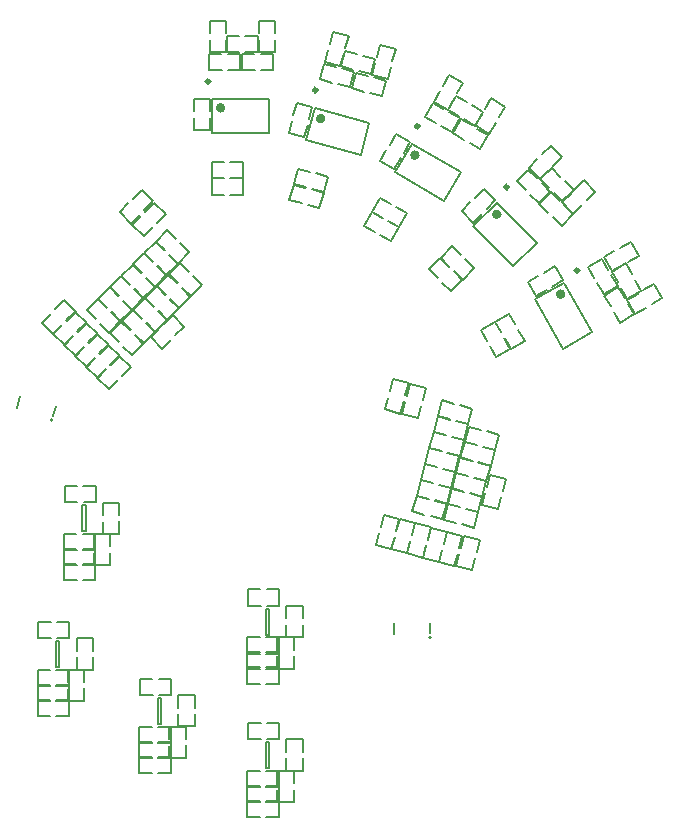
<source format=gbo>
G04*
G04 #@! TF.GenerationSoftware,Altium Limited,Altium Designer,21.1.1 (26)*
G04*
G04 Layer_Color=32896*
%FSLAX25Y25*%
%MOIN*%
G70*
G04*
G04 #@! TF.SameCoordinates,985859E8-4EFC-4F0D-9A30-7684DD2826E4*
G04*
G04*
G04 #@! TF.FilePolarity,Positive*
G04*
G01*
G75*
%ADD10C,0.00787*%
%ADD14C,0.01181*%
%ADD15C,0.01575*%
%ADD17C,0.00591*%
%ADD19C,0.00800*%
D10*
X-77832Y-3411D02*
G03*
X-77832Y-3411I-394J0D01*
G01*
X48370Y-75854D02*
G03*
X48370Y-75854I-394J0D01*
G01*
X-89623Y813D02*
X-88630Y4521D01*
X-77739Y-1988D02*
X-76841Y1362D01*
X-5662Y-74831D02*
X-5662Y-66169D01*
X-6843Y-66169D02*
X-6843Y-74831D01*
X-6843Y-66169D02*
X-5662Y-66169D01*
X-6843Y-74831D02*
X-5662Y-74831D01*
X-5635Y-119343D02*
Y-110681D01*
X-6816Y-110681D02*
X-6816Y-119343D01*
X-6816Y-110681D02*
X-5635Y-110681D01*
X-6816Y-119343D02*
X-5635Y-119343D01*
X-42858Y-104602D02*
X-41677D01*
X-42858Y-95940D02*
X-41677D01*
X-42858Y-104602D02*
Y-95940D01*
X-41677Y-104602D02*
Y-95940D01*
X-75612Y-76964D02*
X-75612Y-85626D01*
X-76793D02*
X-76793Y-76964D01*
X-75612Y-76964D01*
X-76793Y-85626D02*
X-75612D01*
X-66777Y-31740D02*
X-66777Y-40402D01*
X-67958Y-31740D02*
X-67958Y-40402D01*
X-67958Y-31740D02*
X-66777Y-31740D01*
X-67958Y-40402D02*
X-66777Y-40402D01*
X48079Y-70885D02*
X48079Y-74354D01*
X35874Y-74724D02*
X35874Y-70885D01*
D14*
X10307Y106672D02*
G03*
X10307Y106672I-591J0D01*
G01*
X44276Y94612D02*
G03*
X44276Y94612I-591J0D01*
G01*
X74019Y74333D02*
G03*
X74019Y74333I-591J0D01*
G01*
X97565Y46557D02*
G03*
X97565Y46557I-591J0D01*
G01*
X-25436Y109516D02*
G03*
X-25436Y109516I-591J0D01*
G01*
D15*
X12230Y97141D02*
G03*
X12230Y97141I-787J0D01*
G01*
X43673Y84958D02*
G03*
X43673Y84958I-787J0D01*
G01*
X70945Y65216D02*
G03*
X70945Y65216I-787J0D01*
G01*
X92243Y38597D02*
G03*
X92243Y38597I-787J0D01*
G01*
X-21105Y100756D02*
G03*
X-21105Y100756I-787J0D01*
G01*
D17*
X-25400Y119300D02*
X-25400Y123400D01*
X-25400Y119300D02*
X-20000Y119300D01*
X-20000Y123490D02*
X-20000Y119300D01*
X-20000Y125600D02*
X-20000Y129700D01*
X-25400D02*
X-20000D01*
X-25400D02*
X-25400Y125510D01*
X-9200Y129700D02*
X-9200Y125510D01*
X-9200Y129700D02*
X-3800Y129700D01*
X-3800Y125600D01*
X-3800Y123490D02*
X-3800Y119300D01*
X-9200Y119300D02*
X-3800Y119300D01*
X-9200Y119300D02*
X-9200Y123400D01*
X-19900Y119300D02*
X-15710Y119300D01*
X-19900Y124700D02*
X-19900Y119300D01*
X-19900Y124700D02*
X-15800Y124700D01*
X-13690Y124700D02*
X-9500Y124700D01*
X-9500Y119300D02*
X-9500Y124700D01*
X-13600Y119300D02*
X-9500Y119300D01*
X12854Y115961D02*
X13916Y119921D01*
X12854Y115961D02*
X18070Y114563D01*
X19155Y118610D01*
X19701Y120649D02*
X20762Y124609D01*
X15546Y126007D02*
X20762Y124609D01*
X14462Y121960D02*
X15546Y126007D01*
X28546Y111676D02*
X29607Y115636D01*
X28546Y111676D02*
X33762Y110278D01*
X34846Y114325D01*
X35393Y116364D02*
X36454Y120324D01*
X31238Y121722D02*
X36454Y120324D01*
X30154Y117675D02*
X31238Y121722D01*
X18167Y114538D02*
X22214Y113453D01*
X18167Y114538D02*
X19565Y119753D01*
X23525Y118692D01*
X25563Y118146D02*
X29610Y117062D01*
X28213Y111846D02*
X29610Y117062D01*
X24252Y112907D02*
X28213Y111846D01*
X27864Y105607D02*
X31824Y104546D01*
X33222Y109762D01*
X29175Y110847D02*
X33222Y109762D01*
X23176Y112454D02*
X27136Y111393D01*
X21778Y107238D02*
X23176Y112454D01*
X21778Y107238D02*
X25825Y106154D01*
X17364Y108607D02*
X21324Y107546D01*
X22722Y112762D01*
X18675Y113847D02*
X22722Y112762D01*
X12676Y115454D02*
X16636Y114393D01*
X11278Y110238D02*
X12676Y115454D01*
X11278Y110238D02*
X15325Y109153D01*
X813Y92270D02*
X1874Y96231D01*
X813Y92270D02*
X6029Y90873D01*
X7113Y94920D01*
X7659Y96958D02*
X8720Y100918D01*
X3504Y102316D02*
X8720Y100918D01*
X2420Y98269D02*
X3504Y102316D01*
X2467Y75263D02*
X6514Y74178D01*
X2467Y75263D02*
X3865Y80479D01*
X7825Y79418D01*
X9863Y78871D02*
X13910Y77787D01*
X12513Y72571D02*
X13910Y77787D01*
X8552Y73632D02*
X12513Y72571D01*
X8440Y73559D02*
X12487Y72474D01*
X11089Y67258D02*
X12487Y72474D01*
X7129Y68319D02*
X11089Y67258D01*
X1044Y69950D02*
X5091Y68866D01*
X1044Y69950D02*
X2441Y75166D01*
X6402Y74105D01*
X63062Y94847D02*
X65112Y98397D01*
X63062Y94847D02*
X67738Y92147D01*
X69833Y95775D01*
X70888Y97603D02*
X72938Y101153D01*
X68262Y103853D02*
X72938Y101153D01*
X66167Y100225D02*
X68262Y103853D01*
X59340Y96872D02*
X62891Y94822D01*
X65591Y99498D01*
X61962Y101593D02*
X65591Y99498D01*
X56584Y104698D02*
X60135Y102648D01*
X53884Y100022D02*
X56584Y104698D01*
X53884Y100022D02*
X57512Y97927D01*
X52226Y108150D02*
X54321Y111778D01*
X58997Y109078D01*
X56947Y105527D02*
X58997Y109078D01*
X53797Y100072D02*
X55892Y103700D01*
X49121Y102772D02*
X53797Y100072D01*
X49121Y102772D02*
X51171Y106322D01*
X55647Y92262D02*
X59275Y90167D01*
X55647Y92262D02*
X58347Y96938D01*
X61897Y94888D01*
X63725Y93833D02*
X67353Y91738D01*
X64653Y87062D02*
X67353Y91738D01*
X61103Y89112D02*
X64653Y87062D01*
X46147Y97762D02*
X49775Y95667D01*
X46147Y97762D02*
X48847Y102438D01*
X52397Y100388D01*
X54225Y99333D02*
X57853Y97238D01*
X55153Y92562D02*
X57853Y97238D01*
X51603Y94612D02*
X55153Y92562D01*
X34463Y88383D02*
X36558Y92012D01*
X41234Y89311D01*
X39184Y85761D02*
X41234Y89311D01*
X36034Y80305D02*
X38129Y83933D01*
X31358Y83005D02*
X36034Y80305D01*
X31358Y83005D02*
X33408Y86556D01*
X34010Y62998D02*
X37560Y60948D01*
X40260Y65625D01*
X36632Y67720D02*
X40260Y65625D01*
X31254Y70825D02*
X34804Y68775D01*
X28554Y66149D02*
X31254Y70825D01*
X28554Y66149D02*
X32182Y64054D01*
X28504Y66062D02*
X32054Y64012D01*
X25804Y61385D02*
X28504Y66062D01*
X25804Y61385D02*
X29432Y59290D01*
X31260Y58235D02*
X34811Y56185D01*
X37510Y60862D01*
X33882Y62957D02*
X37510Y60862D01*
X80790Y80809D02*
X83689Y83708D01*
X80790Y80809D02*
X84609Y76990D01*
X87571Y79953D01*
X89064Y81445D02*
X91963Y84344D01*
X88144Y88163D02*
X91963Y84344D01*
X85182Y85200D02*
X88144Y88163D01*
X84679Y76920D02*
X87642Y73957D01*
X84679Y76920D02*
X88498Y80738D01*
X91397Y77839D01*
X92889Y76347D02*
X95852Y73384D01*
X92033Y69566D02*
X95852Y73384D01*
X89134Y72465D02*
X92033Y69566D01*
X96305Y73624D02*
X99268Y76586D01*
X103086Y72768D01*
X100187Y69869D02*
X103086Y72768D01*
X95732Y65414D02*
X98695Y68376D01*
X91914Y69232D02*
X95732Y65414D01*
X91914Y69232D02*
X94813Y72131D01*
X88869Y64313D02*
X91768Y61414D01*
X95586Y65232D01*
X92624Y68195D02*
X95586Y65232D01*
X88232Y72586D02*
X91131Y69687D01*
X84414Y68768D02*
X88232Y72586D01*
X84414Y68768D02*
X87376Y65805D01*
X81369Y71813D02*
X84268Y68914D01*
X88086Y72732D01*
X85123Y75695D02*
X88086Y72732D01*
X80732Y80086D02*
X83631Y77187D01*
X76914Y76268D02*
X80732Y80086D01*
X76914Y76268D02*
X79877Y73305D01*
X58517Y66313D02*
X61416Y69212D01*
X58517Y66313D02*
X62335Y62495D01*
X65298Y65457D01*
X66790Y66949D02*
X69689Y69849D01*
X65870Y73667D02*
X69689Y69849D01*
X62908Y70704D02*
X65870Y73667D01*
X55766Y46295D02*
X58729Y43332D01*
X54910Y39514D02*
X58729Y43332D01*
X52011Y42413D02*
X54910Y39514D01*
X47556Y46868D02*
X50519Y43905D01*
X47556Y46868D02*
X51375Y50686D01*
X54274Y47787D01*
X51445Y50757D02*
X54408Y47794D01*
X51445Y50757D02*
X55264Y54575D01*
X58163Y51676D01*
X59655Y50184D02*
X62618Y47221D01*
X58799Y43403D02*
X62618Y47221D01*
X55900Y46302D02*
X58799Y43403D01*
X111140Y54011D02*
X114768Y56106D01*
X117468Y51430D01*
X113917Y49380D02*
X117468Y51430D01*
X108461Y46230D02*
X112090Y48324D01*
X105761Y50906D02*
X108461Y46230D01*
X105761Y50906D02*
X109312Y52956D01*
X111661Y40687D02*
X113711Y37136D01*
X118388Y39836D01*
X116293Y43465D02*
X118388Y39836D01*
X113188Y48843D02*
X115238Y45292D01*
X108511Y46143D02*
X113188Y48843D01*
X108511Y46143D02*
X110606Y42515D01*
X113647Y36738D02*
X117197Y38788D01*
X113647Y36738D02*
X116347Y32062D01*
X119975Y34157D01*
X121803Y35212D02*
X125353Y37262D01*
X122653Y41938D02*
X125353Y37262D01*
X119025Y39843D02*
X122653Y41938D01*
X106062Y38153D02*
X108157Y34525D01*
X106062Y38153D02*
X110738Y40853D01*
X112788Y37303D01*
X113843Y35475D02*
X115938Y31847D01*
X111262Y29147D02*
X115938Y31847D01*
X109212Y32697D02*
X111262Y29147D01*
X100562Y47653D02*
X102657Y44025D01*
X100562Y47653D02*
X105238Y50353D01*
X107288Y46803D01*
X108343Y44975D02*
X110438Y41347D01*
X105762Y38647D02*
X110438Y41347D01*
X103712Y42197D02*
X105762Y38647D01*
X85873Y45774D02*
X89501Y47869D01*
X92201Y43193D01*
X88651Y41143D02*
X92201Y43193D01*
X83195Y37993D02*
X86823Y40088D01*
X80495Y42669D02*
X83195Y37993D01*
X80495Y42669D02*
X84045Y44719D01*
X72788Y24017D02*
X74838Y20467D01*
X79515Y23166D01*
X77420Y26795D02*
X79515Y23166D01*
X74315Y32173D02*
X76365Y28622D01*
X69638Y29473D02*
X74315Y32173D01*
X69638Y29473D02*
X71733Y25845D01*
X69552Y29423D02*
X71602Y25872D01*
X64875Y26723D02*
X69552Y29423D01*
X64875Y26723D02*
X66970Y23095D01*
X68025Y21267D02*
X70075Y17716D01*
X74752Y20416D01*
X72657Y24045D02*
X74752Y20416D01*
X38087Y-1190D02*
X39172Y2857D01*
X32871Y207D02*
X38087Y-1190D01*
X32871Y207D02*
X33932Y4168D01*
X34479Y6206D02*
X35563Y10253D01*
X40779Y8855D01*
X39718Y4895D02*
X40779Y8855D01*
X43883Y-2743D02*
X44967Y1304D01*
X38667Y-1346D02*
X43883Y-2743D01*
X38667Y-1346D02*
X39728Y2615D01*
X40274Y4653D02*
X41359Y8700D01*
X46575Y7302D01*
X45513Y3342D02*
X46575Y7302D01*
X72166Y-27002D02*
X73227Y-23042D01*
X68011Y-21644D02*
X73227Y-23042D01*
X66927Y-25691D02*
X68011Y-21644D01*
X65320Y-31690D02*
X66381Y-27730D01*
X65320Y-31690D02*
X70536Y-33088D01*
X71620Y-29041D01*
X59452Y-10720D02*
X63499Y-11804D01*
X59452Y-10720D02*
X60849Y-5503D01*
X64810Y-6565D01*
X66848Y-7111D02*
X70895Y-8195D01*
X69497Y-13411D02*
X70895Y-8195D01*
X65537Y-12350D02*
X69497Y-13411D01*
X64155Y-17508D02*
X68115Y-18569D01*
X69513Y-13353D01*
X65466Y-12269D02*
X69513Y-13353D01*
X59467Y-10662D02*
X63428Y-11723D01*
X58070Y-15878D02*
X59467Y-10662D01*
X58070Y-15878D02*
X62117Y-16962D01*
X56687Y-21036D02*
X60735Y-22120D01*
X56687Y-21036D02*
X58085Y-15820D01*
X62046Y-16881D01*
X64084Y-17427D02*
X68131Y-18511D01*
X66733Y-23727D02*
X68131Y-18511D01*
X62773Y-22666D02*
X66733Y-23727D01*
X56703Y-20978D02*
X60663Y-22039D01*
X55305Y-26194D02*
X56703Y-20978D01*
X55305Y-26194D02*
X59352Y-27278D01*
X61391Y-27824D02*
X65351Y-28885D01*
X66749Y-23669D01*
X62702Y-22585D02*
X66749Y-23669D01*
X61320Y-27743D02*
X65367Y-28828D01*
X63969Y-34043D02*
X65367Y-28828D01*
X60009Y-32982D02*
X63969Y-34043D01*
X53923Y-31352D02*
X57970Y-32436D01*
X53923Y-31352D02*
X55321Y-26136D01*
X59281Y-27197D01*
X53939Y-31294D02*
X57899Y-32355D01*
X52541Y-36510D02*
X53939Y-31294D01*
X52541Y-36510D02*
X56588Y-37594D01*
X58627Y-38140D02*
X62587Y-39202D01*
X63985Y-33985D01*
X59938Y-32901D02*
X63985Y-33985D01*
X51952Y3196D02*
X55912Y2134D01*
X50555Y-2020D02*
X51952Y3196D01*
X50555Y-2020D02*
X54602Y-3105D01*
X56640Y-3651D02*
X60600Y-4712D01*
X61998Y504D01*
X57951Y1588D02*
X61998Y504D01*
X56532Y-3708D02*
X60579Y-4793D01*
X59181Y-10008D02*
X60579Y-4793D01*
X55221Y-8947D02*
X59181Y-10008D01*
X49135Y-7317D02*
X53182Y-8401D01*
X49135Y-7317D02*
X50533Y-2101D01*
X54493Y-3162D01*
X49114Y-7397D02*
X53074Y-8459D01*
X47716Y-12613D02*
X49114Y-7397D01*
X47716Y-12613D02*
X51763Y-13698D01*
X53801Y-14244D02*
X57762Y-15305D01*
X59159Y-10089D01*
X55112Y-9005D02*
X59159Y-10089D01*
X53693Y-14301D02*
X57740Y-15386D01*
X56343Y-20602D02*
X57740Y-15386D01*
X52382Y-19540D02*
X56343Y-20602D01*
X46297Y-17910D02*
X50344Y-18994D01*
X46297Y-17910D02*
X47695Y-12694D01*
X51655Y-13755D01*
X44878Y-23206D02*
X48925Y-24291D01*
X44878Y-23206D02*
X46275Y-17990D01*
X50236Y-19051D01*
X52274Y-19598D02*
X56321Y-20682D01*
X54923Y-25898D02*
X56321Y-20682D01*
X50963Y-24837D02*
X54923Y-25898D01*
X49544Y-30133D02*
X53504Y-31194D01*
X54902Y-25979D01*
X50855Y-24894D02*
X54902Y-25979D01*
X44856Y-23287D02*
X48816Y-24348D01*
X43459Y-28503D02*
X44856Y-23287D01*
X43459Y-28503D02*
X47506Y-29587D01*
X42039Y-33799D02*
X46086Y-34884D01*
X42039Y-33799D02*
X43437Y-28583D01*
X47397Y-29645D01*
X49436Y-30191D02*
X53483Y-31275D01*
X52085Y-36491D02*
X53483Y-31275D01*
X48125Y-35430D02*
X52085Y-36491D01*
X58209Y-46093D02*
X59293Y-42046D01*
X64509Y-43443D01*
X63448Y-47404D02*
X64509Y-43443D01*
X61817Y-53489D02*
X62902Y-49442D01*
X56601Y-52091D02*
X61817Y-53489D01*
X56601Y-52091D02*
X57662Y-48131D01*
X50831Y-50619D02*
X51893Y-46659D01*
X50831Y-50619D02*
X56047Y-52017D01*
X57132Y-47969D01*
X57678Y-45931D02*
X58739Y-41971D01*
X53523Y-40573D02*
X58739Y-41971D01*
X52439Y-44620D02*
X53523Y-40573D01*
X45580Y-49212D02*
X46641Y-45252D01*
X45580Y-49212D02*
X50796Y-50610D01*
X51881Y-46562D01*
X52427Y-44524D02*
X53488Y-40564D01*
X48272Y-39166D02*
X53488Y-40564D01*
X47188Y-43213D02*
X48272Y-39166D01*
X41936Y-41806D02*
X43021Y-37759D01*
X48237Y-39157D01*
X47176Y-43117D02*
X48237Y-39157D01*
X45545Y-49202D02*
X46629Y-45156D01*
X40329Y-47805D02*
X45545Y-49202D01*
X40329Y-47805D02*
X41390Y-43845D01*
X36685Y-40399D02*
X37769Y-36352D01*
X42985Y-37750D01*
X41924Y-41710D02*
X42985Y-37750D01*
X40294Y-47795D02*
X41378Y-43748D01*
X35078Y-46398D02*
X40294Y-47795D01*
X35078Y-46398D02*
X36139Y-42437D01*
X29827Y-44991D02*
X30888Y-41030D01*
X29827Y-44991D02*
X35043Y-46388D01*
X36127Y-42341D01*
X36673Y-40303D02*
X37734Y-36343D01*
X32518Y-34945D02*
X37734Y-36343D01*
X31434Y-38992D02*
X32518Y-34945D01*
X-41391Y20437D02*
X-38429Y23400D01*
X-45210Y24256D02*
X-41391Y20437D01*
X-45210Y24256D02*
X-42311Y27155D01*
X-40818Y28647D02*
X-37856Y31610D01*
X-34037Y27791D01*
X-36936Y24892D02*
X-34037Y27791D01*
X-47122Y37280D02*
X-44223Y34380D01*
X-50940Y33461D02*
X-47122Y37280D01*
X-50940Y33461D02*
X-47977Y30499D01*
X-46485Y29006D02*
X-43586Y26107D01*
X-39768Y29926D01*
X-42730Y32888D02*
X-39768Y29926D01*
X-47023Y37379D02*
X-44060Y34416D01*
X-47023Y37379D02*
X-43204Y41197D01*
X-40305Y38298D01*
X-38813Y36806D02*
X-35850Y33843D01*
X-39669Y30025D02*
X-35850Y33843D01*
X-42568Y32924D02*
X-39669Y30025D01*
X-38651Y36841D02*
X-35751Y33942D01*
X-31933Y37760D01*
X-34896Y40723D02*
X-31933Y37760D01*
X-39287Y45114D02*
X-36388Y42215D01*
X-43105Y41296D02*
X-39287Y45114D01*
X-43105Y41296D02*
X-40143Y38333D01*
X-39188Y45213D02*
X-36225Y42251D01*
X-39188Y45213D02*
X-35370Y49032D01*
X-32470Y46132D01*
X-30978Y44640D02*
X-28016Y41678D01*
X-31834Y37859D02*
X-28016Y41678D01*
X-34733Y40758D02*
X-31834Y37859D01*
X-51739Y62164D02*
X-48776Y65126D01*
X-55557Y65982D02*
X-51739Y62164D01*
X-55557Y65982D02*
X-52658Y68881D01*
X-51166Y70373D02*
X-48203Y73336D01*
X-44385Y69518D01*
X-47284Y66619D02*
X-44385Y69518D01*
X-47496Y57921D02*
X-44534Y60884D01*
X-51315Y61739D02*
X-47496Y57921D01*
X-51315Y61739D02*
X-48415Y64639D01*
X-46923Y66131D02*
X-43960Y69093D01*
X-40142Y65275D01*
X-43041Y62376D02*
X-40142Y65275D01*
X-39683Y59992D02*
X-36783Y57093D01*
X-43501Y56173D02*
X-39683Y59992D01*
X-43501Y56173D02*
X-40538Y53211D01*
X-39046Y51719D02*
X-36147Y48819D01*
X-32329Y52638D01*
X-35291Y55601D02*
X-32329Y52638D01*
X-39122Y51770D02*
X-36159Y48808D01*
X-39977Y44989D02*
X-36159Y48808D01*
X-42876Y47888D02*
X-39977Y44989D01*
X-47331Y52343D02*
X-44369Y49381D01*
X-47331Y52343D02*
X-43513Y56162D01*
X-40614Y53263D01*
X-47343Y52331D02*
X-44444Y49432D01*
X-51161Y48513D02*
X-47343Y52331D01*
X-51161Y48513D02*
X-48199Y45551D01*
X-46707Y44058D02*
X-43808Y41159D01*
X-39989Y44978D01*
X-42952Y47940D02*
X-39989Y44978D01*
X-46782Y44110D02*
X-43819Y41147D01*
X-47638Y37329D02*
X-43819Y41147D01*
X-50537Y40228D02*
X-47638Y37329D01*
X-54992Y44683D02*
X-52029Y41720D01*
X-54992Y44683D02*
X-51173Y48501D01*
X-48274Y45602D01*
X-58822Y40853D02*
X-55859Y37890D01*
X-58822Y40853D02*
X-55003Y44671D01*
X-52104Y41772D01*
X-50612Y40280D02*
X-47649Y37317D01*
X-51468Y33499D02*
X-47649Y37317D01*
X-54367Y36398D02*
X-51468Y33499D01*
X-58197Y32568D02*
X-55298Y29669D01*
X-51480Y33487D01*
X-54442Y36450D02*
X-51480Y33487D01*
X-58833Y40841D02*
X-55934Y37942D01*
X-62652Y37023D02*
X-58833Y40841D01*
X-62652Y37023D02*
X-59689Y34060D01*
X-46648Y28971D02*
X-43685Y26008D01*
X-47503Y22190D02*
X-43685Y26008D01*
X-50402Y25089D02*
X-47503Y22190D01*
X-54857Y29544D02*
X-51895Y26581D01*
X-54857Y29544D02*
X-51039Y33362D01*
X-48140Y30463D01*
X-54956Y29445D02*
X-52057Y26546D01*
X-58775Y25627D02*
X-54956Y29445D01*
X-58775Y25627D02*
X-55812Y22664D01*
X-54320Y21172D02*
X-51421Y18273D01*
X-47602Y22091D01*
X-50565Y25054D02*
X-47602Y22091D01*
X-66482Y33193D02*
X-63520Y30230D01*
X-66482Y33193D02*
X-62664Y37011D01*
X-59765Y34112D01*
X-58272Y32619D02*
X-55310Y29657D01*
X-59128Y25839D02*
X-55310Y29657D01*
X-62027Y28738D02*
X-59128Y25839D01*
X-63017Y10777D02*
X-60118Y13676D01*
X-63017Y10777D02*
X-59199Y6959D01*
X-56236Y9922D01*
X-54744Y11414D02*
X-51845Y14313D01*
X-55663Y18131D02*
X-51845Y14313D01*
X-58626Y15168D02*
X-55663Y18131D01*
X-62303Y18845D02*
X-59340Y21808D01*
X-55522Y17990D01*
X-58421Y15090D02*
X-55522Y17990D01*
X-62876Y10636D02*
X-59913Y13598D01*
X-66694Y14454D02*
X-62876Y10636D01*
X-66694Y14454D02*
X-63795Y17353D01*
X-65980Y22522D02*
X-63017Y25485D01*
X-59199Y21667D01*
X-62098Y18767D02*
X-59199Y21667D01*
X-66553Y14313D02*
X-63590Y17275D01*
X-70371Y18131D02*
X-66553Y14313D01*
X-70371Y18131D02*
X-67472Y21030D01*
X-74048Y21808D02*
X-71149Y24707D01*
X-74048Y21808D02*
X-70230Y17990D01*
X-67267Y20952D01*
X-65775Y22445D02*
X-62876Y25344D01*
X-66694Y29162D02*
X-62876Y25344D01*
X-69657Y26199D02*
X-66694Y29162D01*
X-73334Y29876D02*
X-70371Y32839D01*
X-66553Y29021D01*
X-69452Y26122D02*
X-66553Y29021D01*
X-73907Y21667D02*
X-70944Y24629D01*
X-77725Y25485D02*
X-73907Y21667D01*
X-77725Y25485D02*
X-74826Y28384D01*
X-81402Y29162D02*
X-78503Y32061D01*
X-81402Y29162D02*
X-77584Y25344D01*
X-74621Y28306D01*
X-73129Y29798D02*
X-70230Y32698D01*
X-74048Y36516D02*
X-70230Y32698D01*
X-77011Y33553D02*
X-74048Y36516D01*
X5447Y-75700D02*
Y-71510D01*
X47Y-75700D02*
X5447D01*
X47D02*
Y-71600D01*
X47Y-65300D02*
X47Y-69490D01*
X47Y-65300D02*
X5447Y-65300D01*
Y-69400D02*
Y-65300D01*
X2447Y-79900D02*
Y-75800D01*
X-2953Y-75800D02*
X2447Y-75800D01*
X-2953Y-75800D02*
X-2953Y-79990D01*
Y-86200D02*
Y-82100D01*
Y-86200D02*
X2447D01*
Y-82010D01*
X5475Y-113912D02*
X5475Y-109812D01*
X75Y-109812D02*
X5475Y-109812D01*
X75Y-109812D02*
X75Y-114002D01*
X75Y-116112D02*
X75Y-120212D01*
X5475Y-120212D01*
X5475Y-116022D01*
X2475Y-130712D02*
X2475Y-126522D01*
X-2925Y-130712D02*
X2475Y-130712D01*
X-2925Y-130712D02*
X-2925Y-126612D01*
X-2925Y-120312D02*
X-2925Y-124502D01*
X-2925Y-120312D02*
X2475Y-120312D01*
X2475Y-124412D02*
X2475Y-120312D01*
X-30568Y-105471D02*
Y-101281D01*
X-35968Y-105471D02*
X-30568Y-105471D01*
X-35968Y-105471D02*
Y-101371D01*
X-35968Y-95071D02*
X-35968Y-99261D01*
X-35968Y-95071D02*
X-30568Y-95071D01*
Y-99171D02*
Y-95071D01*
X-33568Y-105571D02*
X-33568Y-109671D01*
X-38968Y-105571D02*
X-33568Y-105571D01*
X-38968Y-105571D02*
X-38968Y-109761D01*
Y-115971D02*
Y-111871D01*
Y-115971D02*
X-33568Y-115971D01*
Y-111781D01*
X-64502Y-86495D02*
X-64502Y-82305D01*
X-69902Y-86495D02*
X-64502Y-86495D01*
X-69902Y-86495D02*
Y-82395D01*
X-69902Y-76095D02*
X-69902Y-80285D01*
X-69902Y-76095D02*
X-64502Y-76095D01*
X-64502Y-80195D02*
X-64502Y-76095D01*
X-67502Y-86595D02*
X-67502Y-90695D01*
X-72902Y-86595D02*
X-67502Y-86595D01*
X-72902Y-86595D02*
X-72902Y-90785D01*
X-72902Y-96995D02*
X-72902Y-92895D01*
X-72902Y-96995D02*
X-67502D01*
X-67502Y-92805D02*
X-67502Y-96995D01*
X-55668Y-30871D02*
X-55668Y-34971D01*
X-61068Y-30871D02*
X-55668D01*
X-61068Y-35061D02*
X-61068Y-30871D01*
X-61068Y-37171D02*
X-61068Y-41271D01*
X-55668Y-41271D01*
Y-37081D01*
X-58668Y-47581D02*
X-58668Y-51771D01*
X-64068Y-51771D02*
X-58668Y-51771D01*
X-64068Y-51771D02*
X-64068Y-47671D01*
X-64068Y-41371D02*
X-64068Y-45561D01*
X-64068Y-41371D02*
X-58668Y-41371D01*
X-58668Y-45471D01*
X-30900Y103700D02*
X-30900Y99510D01*
X-30900Y103700D02*
X-25500Y103700D01*
X-25500Y99600D01*
Y97490D02*
X-25500Y93300D01*
X-30900Y93300D02*
X-25500Y93300D01*
X-30900Y97400D02*
X-30900Y93300D01*
X-24900Y77200D02*
X-20800D01*
X-24900Y71800D02*
X-24900Y77200D01*
X-24900Y71800D02*
X-20710Y71800D01*
X-18600Y71800D02*
X-14500Y71800D01*
X-14500Y77200D02*
X-14500Y71800D01*
X-18690Y77200D02*
X-14500Y77200D01*
X-14700Y113300D02*
X-10510Y113300D01*
X-14700Y118700D02*
X-14700Y113300D01*
X-14700Y118700D02*
X-10600Y118700D01*
X-8490Y118700D02*
X-4300Y118700D01*
X-4300Y113300D02*
X-4300Y118700D01*
X-8400Y113300D02*
X-4300Y113300D01*
X-25700Y113300D02*
X-21510D01*
X-25700D02*
Y118700D01*
X-21600D01*
X-19490Y118700D02*
X-15300Y118700D01*
X-15300Y113300D02*
X-15300Y118700D01*
X-19400Y113300D02*
X-15300Y113300D01*
X-18600Y77300D02*
X-14500Y77300D01*
X-14500Y82700D01*
X-18690D02*
X-14500D01*
X-24900Y82700D02*
X-20800Y82700D01*
X-24900Y77300D02*
X-24900Y82700D01*
X-24900Y77300D02*
X-20710Y77300D01*
X-48968Y-115571D02*
X-44868D01*
X-48968Y-120971D02*
X-48968Y-115571D01*
X-48968Y-120971D02*
X-44778Y-120971D01*
X-42668Y-120971D02*
X-38568D01*
X-38568Y-115571D01*
X-42757Y-115571D02*
X-38568Y-115571D01*
X-42502Y-89571D02*
X-38312D01*
Y-94971D02*
Y-89571D01*
X-42412Y-94971D02*
X-38312Y-94971D01*
X-48712Y-94971D02*
X-44522Y-94971D01*
X-48712Y-94971D02*
X-48712Y-89571D01*
X-44612D01*
X-42757Y-105571D02*
X-38568D01*
X-38568Y-110971D02*
X-38568Y-105571D01*
X-42668Y-110971D02*
X-38568Y-110971D01*
X-48968Y-110971D02*
X-44778Y-110971D01*
X-48968Y-110971D02*
X-48968Y-105571D01*
X-44868D01*
X-42668Y-115971D02*
X-38568D01*
X-38568Y-110571D01*
X-42757Y-110571D02*
X-38568Y-110571D01*
X-48968Y-110571D02*
X-44868D01*
X-48968Y-115971D02*
X-48968Y-110571D01*
X-48968Y-115971D02*
X-44778D01*
X-74068Y-51771D02*
X-69878Y-51771D01*
X-74068Y-46371D02*
X-74068Y-51771D01*
X-74068Y-46371D02*
X-69968Y-46371D01*
X-67857Y-46371D02*
X-63668Y-46371D01*
X-63668Y-51771D02*
X-63668Y-46371D01*
X-67768Y-51771D02*
X-63668Y-51771D01*
X-76602Y-96995D02*
X-72502Y-96995D01*
X-72502Y-91595D01*
X-76692Y-91595D02*
X-72502Y-91595D01*
X-82902D02*
X-78802Y-91595D01*
X-82902Y-96995D02*
Y-91595D01*
Y-96995D02*
X-78712Y-96995D01*
X-6653Y-86200D02*
X-2553D01*
X-2553Y-80800D01*
X-6742Y-80800D02*
X-2553Y-80800D01*
X-12953Y-80800D02*
X-8853D01*
X-12953Y-86200D02*
Y-80800D01*
Y-86200D02*
X-8763D01*
X-12925Y-130712D02*
X-8735Y-130712D01*
X-12925Y-130712D02*
X-12925Y-125312D01*
X-8825Y-125312D01*
X-6715D02*
X-2525Y-125312D01*
X-2525Y-130712D02*
X-2525Y-125312D01*
X-6625Y-130712D02*
X-2525Y-130712D01*
X-74068Y-41371D02*
X-69968D01*
X-74068Y-46771D02*
X-74068Y-41371D01*
X-74068Y-46771D02*
X-69878Y-46771D01*
X-67768Y-46771D02*
X-63668Y-46771D01*
X-63668Y-41371D02*
X-63668Y-46771D01*
X-67857Y-41371D02*
X-63668Y-41371D01*
X-76692Y-86595D02*
X-72502Y-86595D01*
X-72502Y-91995D01*
X-76602Y-91995D02*
X-72502Y-91995D01*
X-82902Y-91995D02*
X-78712D01*
X-82902D02*
X-82902Y-86595D01*
X-78802Y-86595D01*
X-6742Y-75800D02*
X-2553D01*
Y-81200D02*
Y-75800D01*
X-6653Y-81200D02*
X-2553D01*
X-12953Y-81200D02*
X-8763Y-81200D01*
X-12953Y-81200D02*
X-12953Y-75800D01*
X-8853D01*
X-12925Y-120312D02*
X-8825Y-120312D01*
X-12925Y-125712D02*
X-12925Y-120312D01*
X-12925Y-125712D02*
X-8735Y-125712D01*
X-6625Y-125712D02*
X-2525Y-125712D01*
Y-120312D01*
X-6715Y-120312D02*
X-2525Y-120312D01*
X-73812Y-25371D02*
X-69712Y-25371D01*
X-73812Y-30771D02*
X-73812Y-25371D01*
X-73812Y-30771D02*
X-69622Y-30771D01*
X-67512Y-30771D02*
X-63412Y-30771D01*
X-63412Y-25371D01*
X-67602Y-25371D02*
X-63412Y-25371D01*
X-76436Y-70595D02*
X-72246Y-70595D01*
Y-75995D02*
Y-70595D01*
X-76346Y-75995D02*
X-72246Y-75995D01*
X-82646Y-75995D02*
X-78457Y-75995D01*
X-82646Y-75995D02*
Y-70595D01*
X-78547Y-70595D01*
X-6487Y-59800D02*
X-2297D01*
Y-65200D02*
Y-59800D01*
X-6397Y-65200D02*
X-2297D01*
X-12697Y-65200D02*
X-8507Y-65200D01*
X-12697Y-65200D02*
X-12697Y-59800D01*
X-8597D01*
X-12669Y-104312D02*
X-8569Y-104312D01*
X-12669Y-109712D02*
X-12669Y-104312D01*
X-12669Y-109712D02*
X-8479D01*
X-6369Y-109712D02*
X-2269D01*
X-2269Y-104312D02*
X-2269Y-109712D01*
X-6459Y-104312D02*
X-2269Y-104312D01*
X-67857Y-51371D02*
X-63668Y-51371D01*
Y-56771D02*
Y-51371D01*
X-67768Y-56771D02*
X-63668Y-56771D01*
X-74068D02*
X-69878Y-56771D01*
X-74068Y-56771D02*
X-74068Y-51371D01*
X-69968Y-51371D01*
X-82902Y-96595D02*
X-78802Y-96595D01*
X-82902Y-101995D02*
X-82902Y-96595D01*
X-82902Y-101995D02*
X-78713Y-101995D01*
X-76602Y-101995D02*
X-72502D01*
X-72502Y-96595D01*
X-76692Y-96595D02*
X-72502Y-96595D01*
X-12953Y-85800D02*
X-8853D01*
X-12953Y-91200D02*
X-12953Y-85800D01*
X-12953Y-91200D02*
X-8763Y-91200D01*
X-6653D02*
X-2553D01*
Y-85800D01*
X-6742D02*
X-2553D01*
X-6715Y-130312D02*
X-2525D01*
X-2525Y-135712D01*
X-6625Y-135712D02*
X-2525Y-135712D01*
X-12925Y-135712D02*
X-8735D01*
X-12925Y-130312D02*
X-12925Y-135712D01*
X-12925Y-130312D02*
X-8825Y-130312D01*
D19*
X9494Y100516D02*
X27747Y95625D01*
X6641Y89868D02*
X24894Y84977D01*
X6641Y89868D02*
X9494Y100516D01*
X24894Y84977D02*
X27747Y95625D01*
X52731Y69727D02*
X58243Y79274D01*
X36365Y79176D02*
X41877Y88723D01*
X36365Y79176D02*
X52731Y69727D01*
X41877Y88723D02*
X58243Y79274D01*
X75725Y47956D02*
X83520Y55751D01*
X62363Y61319D02*
X70157Y69114D01*
X62363Y61319D02*
X75725Y47956D01*
X70157Y69114D02*
X83520Y55751D01*
X92366Y20484D02*
X101913Y25996D01*
X82917Y36850D02*
X92464Y42362D01*
X82917Y36850D02*
X92366Y20484D01*
X92464Y42362D02*
X101913Y25996D01*
X-5751Y103512D02*
X-5751Y92488D01*
X-24649Y92488D02*
X-24649Y103512D01*
X-24649Y92488D02*
X-5751Y92488D01*
X-24649Y103512D02*
X-5751Y103512D01*
M02*

</source>
